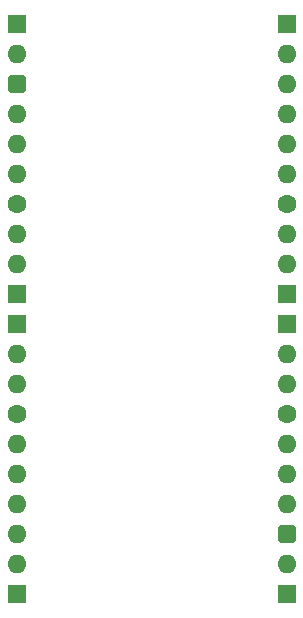
<source format=gbs>
%TF.GenerationSoftware,KiCad,Pcbnew,9.0.2*%
%TF.CreationDate,2025-07-14T19:06:54+02:00*%
%TF.ProjectId,Signal Protection,5369676e-616c-4205-9072-6f7465637469,V1*%
%TF.SameCoordinates,Original*%
%TF.FileFunction,Soldermask,Bot*%
%TF.FilePolarity,Negative*%
%FSLAX46Y46*%
G04 Gerber Fmt 4.6, Leading zero omitted, Abs format (unit mm)*
G04 Created by KiCad (PCBNEW 9.0.2) date 2025-07-14 19:06:54*
%MOMM*%
%LPD*%
G01*
G04 APERTURE LIST*
G04 Aperture macros list*
%AMRoundRect*
0 Rectangle with rounded corners*
0 $1 Rounding radius*
0 $2 $3 $4 $5 $6 $7 $8 $9 X,Y pos of 4 corners*
0 Add a 4 corners polygon primitive as box body*
4,1,4,$2,$3,$4,$5,$6,$7,$8,$9,$2,$3,0*
0 Add four circle primitives for the rounded corners*
1,1,$1+$1,$2,$3*
1,1,$1+$1,$4,$5*
1,1,$1+$1,$6,$7*
1,1,$1+$1,$8,$9*
0 Add four rect primitives between the rounded corners*
20,1,$1+$1,$2,$3,$4,$5,0*
20,1,$1+$1,$4,$5,$6,$7,0*
20,1,$1+$1,$6,$7,$8,$9,0*
20,1,$1+$1,$8,$9,$2,$3,0*%
G04 Aperture macros list end*
%ADD10R,1.600000X1.600000*%
%ADD11O,1.600000X1.600000*%
%ADD12C,1.600000*%
%ADD13RoundRect,0.400000X-0.400000X-0.400000X0.400000X-0.400000X0.400000X0.400000X-0.400000X0.400000X0*%
G04 APERTURE END LIST*
D10*
%TO.C,J4*%
X22860000Y0D03*
D11*
X22860000Y-2540000D03*
X22860000Y-5080000D03*
X22860000Y-7620000D03*
X22860000Y-10160000D03*
X22860000Y-12700000D03*
D12*
X22860000Y-15240000D03*
D11*
X22860000Y-17780000D03*
X22860000Y-20320000D03*
D10*
X22860000Y-22860000D03*
X22860000Y-25400000D03*
D11*
X22860000Y-27940000D03*
X22860000Y-30480000D03*
D12*
X22860000Y-33020000D03*
D11*
X22860000Y-35560000D03*
X22860000Y-38100000D03*
X22860000Y-40640000D03*
D13*
X22860000Y-43180000D03*
D11*
X22860000Y-45720000D03*
D10*
X22860000Y-48260000D03*
X0Y-48260000D03*
D11*
X0Y-45720000D03*
X0Y-43180000D03*
X0Y-40640000D03*
X0Y-38100000D03*
X0Y-35560000D03*
D12*
X0Y-33020000D03*
D11*
X0Y-30480000D03*
X0Y-27940000D03*
D10*
X0Y-25400000D03*
X0Y-22860000D03*
D11*
X0Y-20320000D03*
X0Y-17780000D03*
D12*
X0Y-15240000D03*
D11*
X0Y-12700000D03*
X0Y-10160000D03*
X0Y-7620000D03*
D13*
X0Y-5080000D03*
D11*
X0Y-2540000D03*
D10*
X0Y0D03*
%TD*%
M02*

</source>
